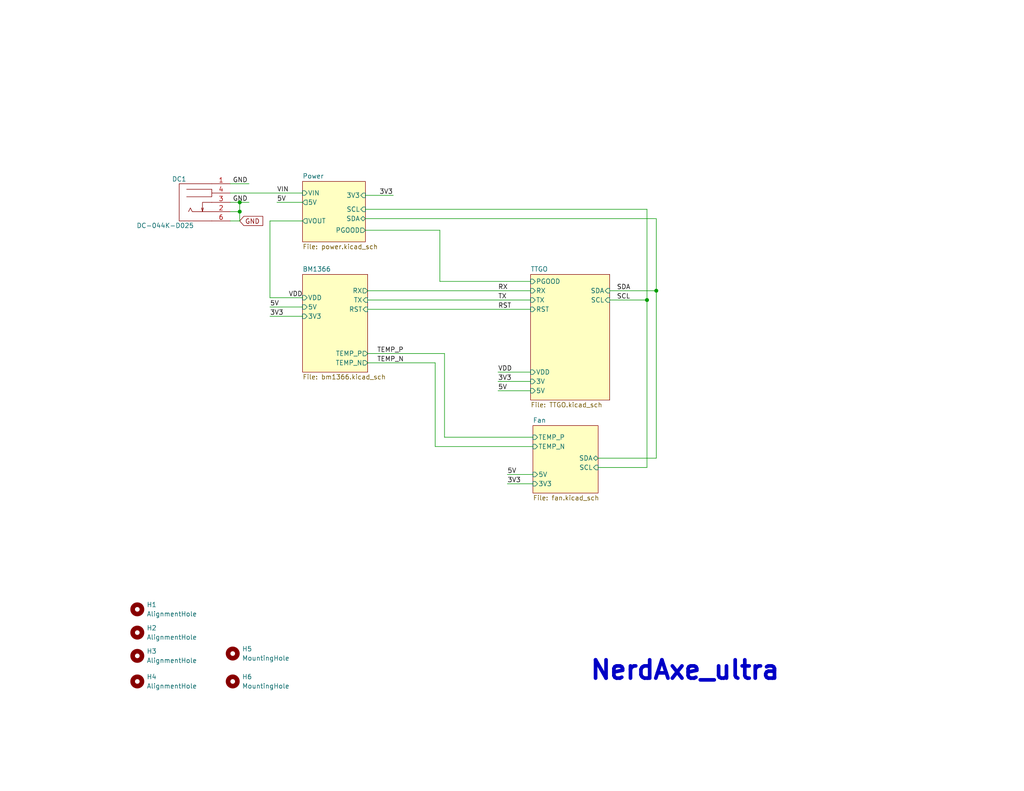
<source format=kicad_sch>
(kicad_sch (version 20230121) (generator eeschema)
  (paper "A")
  (title_block (title "le bitaxeTTGO") (date "2023-07-10") (rev "0"))
  (lib_symbols
    (symbol "Mechanical:MountingHole" (pin_names (offset 1.016))
      (property "Reference" "H" (at 0 5.08 0))
      (property "Value" "MountingHole" (at 0 3.175 0))
      (symbol "MountingHole_0_1"
        (circle (center 0 0) (radius 1.27) (stroke (width 1.27)))
      )
    )
    (symbol "lcsc:DC-044K-D025"
      (property "Reference" "DC" (at 0 10.16 0))
      (property "Value" "DC-044K-D025" (at 0 -10.16 0))
      (symbol "DC-044K-D025_0_1"
        (polyline (pts (xy -4.32 3.56)) (fill (type background)))
        (polyline (pts (xy 0 -2.54) (xy -0.25 -1.52)))
        (polyline (pts (xy 0 -2.54) (xy 0.25 -1.52)))
        (polyline (pts (xy 2.54 3.56) (xy -4.32 3.56)))
        (polyline (pts (xy 2.54 0) (xy 0 0) (xy 0 -2.54)))
        (polyline (pts (xy 2.54 3.56) (xy 2.54 1.52) (xy -4.32 1.52)))
        (polyline (pts (xy 2.54 -2.54) (xy -2.79 -2.54) (xy -3.3 -1.52) (xy -3.81 -2.54)))
        (polyline (pts (xy 2.54 5.08) (xy -6.35 5.08) (xy -6.35 -5.08) (xy 2.54 -5.08)))
        (pin unspecified line (at 7.62 5.08 180) (length 5.08) (name "~") (number "1"))
        (pin unspecified line (at 7.62 -2.54 180) (length 5.08) (name "~") (number "2"))
        (pin unspecified line (at 7.62 0 180) (length 5.08) (name "~") (number "3"))
        (pin unspecified line (at 7.62 2.54 180) (length 5.08) (name "~") (number "4"))
        (pin unspecified line (at 7.62 -5.08 180) (length 5.08) (name "~") (number "6"))
      )
    )
  )
  (junction (at 179.07 79.375))
  (junction (at 176.53 81.915))
  (junction (at 65.405 57.785))
  (junction (at 65.405 55.245))
  (wire (pts (xy 135.89 101.6) (xy 144.78 101.6)))
  (wire (pts (xy 100.33 96.52) (xy 121.285 96.52)))
  (wire (pts (xy 99.695 57.15) (xy 176.53 57.15)))
  (wire (pts (xy 163.195 125.095) (xy 179.07 125.095)))
  (wire (pts (xy 166.37 81.915) (xy 176.53 81.915)))
  (wire (pts (xy 75.565 55.245) (xy 82.55 55.245)))
  (wire (pts (xy 100.33 81.915) (xy 144.78 81.915)))
  (wire (pts (xy 144.78 76.835) (xy 120.015 76.835)))
  (wire (pts (xy 118.745 99.06) (xy 118.745 121.92)))
  (wire (pts (xy 62.865 55.245) (xy 65.405 55.245)))
  (wire (pts (xy 138.43 132.08) (xy 145.415 132.08)))
  (wire (pts (xy 120.015 76.835) (xy 120.015 62.865)))
  (wire (pts (xy 62.865 52.705) (xy 82.55 52.705)))
  (wire (pts (xy 179.07 59.69) (xy 179.07 79.375)))
  (wire (pts (xy 121.285 96.52) (xy 121.285 119.38)))
  (wire (pts (xy 99.695 59.69) (xy 179.07 59.69)))
  (wire (pts (xy 145.415 121.92) (xy 118.745 121.92)))
  (wire (pts (xy 176.53 81.915) (xy 176.53 127.635)))
  (wire (pts (xy 176.53 57.15) (xy 176.53 81.915)))
  (wire (pts (xy 166.37 79.375) (xy 179.07 79.375)))
  (wire (pts (xy 100.33 99.06) (xy 118.745 99.06)))
  (wire (pts (xy 145.415 119.38) (xy 121.285 119.38)))
  (wire (pts (xy 73.66 86.36) (xy 82.55 86.36)))
  (wire (pts (xy 135.89 104.14) (xy 144.78 104.14)))
  (wire (pts (xy 65.405 57.785) (xy 65.405 55.245)))
  (wire (pts (xy 100.33 79.375) (xy 144.78 79.375)))
  (wire (pts (xy 163.195 127.635) (xy 176.53 127.635)))
  (wire (pts (xy 62.865 57.785) (xy 65.405 57.785)))
  (wire (pts (xy 73.66 81.28) (xy 73.66 60.325)))
  (wire (pts (xy 62.865 60.325) (xy 65.405 60.325)))
  (wire (pts (xy 65.405 55.245) (xy 67.945 55.245)))
  (wire (pts (xy 73.66 83.82) (xy 82.55 83.82)))
  (wire (pts (xy 179.07 125.095) (xy 179.07 79.375)))
  (wire (pts (xy 120.015 62.865) (xy 99.695 62.865)))
  (wire (pts (xy 138.43 129.54) (xy 145.415 129.54)))
  (wire (pts (xy 82.55 81.28) (xy 73.66 81.28)))
  (wire (pts (xy 73.66 60.325) (xy 82.55 60.325)))
  (wire (pts (xy 100.33 84.455) (xy 144.78 84.455)))
  (wire (pts (xy 135.89 106.68) (xy 144.78 106.68)))
  (wire (pts (xy 65.405 60.325) (xy 65.405 57.785)))
  (wire (pts (xy 62.865 50.165) (xy 67.945 50.165)))
  (wire (pts (xy 99.695 53.34) (xy 107.315 53.34)))
  (text "NerdAxe_ultra" (at 160.655 186.055 0) (effects (font (size 5 5) (thickness 1) bold) (justify left bottom)))
  (label "VDD" (at 135.89 101.6 0))
  (label "TEMP_N" (at 102.87 99.06 0))
  (label "3V3" (at 73.66 86.36 0))
  (label "RST" (at 135.89 84.455 0))
  (label "VDD" (at 78.74 81.28 0))
  (label "5V" (at 75.565 55.245 0))
  (label "GND" (at 63.5 55.245 0))
  (label "5V" (at 138.43 129.54 0))
  (label "GND" (at 63.5 50.165 0))
  (label "SDA" (at 168.275 79.375 0))
  (label "RX" (at 135.89 79.375 0))
  (label "3V3" (at 103.505 53.34 0))
  (label "3V3" (at 135.89 104.14 0))
  (label "SCL" (at 168.275 81.915 0))
  (label "5V" (at 135.89 106.68 0))
  (label "VIN" (at 75.565 52.705 0))
  (label "3V3" (at 138.43 132.08 0))
  (label "5V" (at 73.66 83.82 0))
  (label "TEMP_P" (at 102.87 96.52 0))
  (label "TX" (at 135.89 81.915 0))
  (global_label "GND" (shape input) (at 65.405 60.325 0) (property "Intersheetrefs" "${INTERSHEET_REFS}" (effects hide)))
  (symbol (lib_id "Mechanical:MountingHole") (at 37.465 179.07 0) (unit 1) (in_bom no)
    (property "Reference" "H3" (at 40.005 177.7999 0) (effects (justify left)))
    (property "Value" "AlignmentHole" (at 40.005 180.3399 0) (effects (justify left)))
    (property "Footprint" "MountingHole:MountingHole_2.2mm_M2" (effects hide))
    (property "PARTNO" "https://www.amazon.com/dp/B07MDFS1YS" (effects hide))
  )
  (symbol (lib_id "Mechanical:MountingHole") (at 37.465 172.72 0) (unit 1) (in_bom no)
    (property "Reference" "H2" (at 40.005 171.4499 0) (effects (justify left)))
    (property "Value" "AlignmentHole" (at 40.005 173.9899 0) (effects (justify left)))
    (property "Footprint" "MountingHole:MountingHole_2.2mm_M2" (effects hide))
    (property "PARTNO" "https://www.amazon.com/dp/B07MDFS1YS" (effects hide))
  )
  (symbol (lib_id "Mechanical:MountingHole") (at 37.465 166.37 0) (unit 1) (in_bom no)
    (property "Reference" "H1" (at 40.005 165.0999 0) (effects (justify left)))
    (property "Value" "AlignmentHole" (at 40.005 167.6399 0) (effects (justify left)))
    (property "Footprint" "MountingHole:MountingHole_2.2mm_M2" (effects hide))
    (property "PARTNO" "https://www.amazon.com/dp/B07MDFS1YS" (effects hide))
  )
  (symbol (lib_id "Mechanical:MountingHole") (at 63.5 186.055 0) (unit 1) (in_bom no)
    (property "Reference" "H6" (at 66.04 184.7849 0) (effects (justify left)))
    (property "Value" "MountingHole" (at 66.04 187.3249 0) (effects (justify left)))
    (property "Footprint" "MountingHole:MountingHole_3.5mm" (effects hide))
  )
  (symbol (lib_id "Mechanical:MountingHole") (at 63.5 178.435 0) (unit 1) (in_bom no)
    (property "Reference" "H5" (at 66.04 177.1649 0) (effects (justify left)))
    (property "Value" "MountingHole" (at 66.04 179.7049 0) (effects (justify left)))
    (property "Footprint" "MountingHole:MountingHole_3.5mm" (effects hide))
  )
  (symbol (lib_id "lcsc:DC-044K-D025") (at 55.245 55.245 0) (unit 1)
    (property "Reference" "DC1" (at 48.895 48.895 0))
    (property "Value" "DC-044K-D025" (at 45.085 61.595 0))
    (property "Footprint" "lcsc:DC-IN-TH_DC-044K-D025" (effects hide))
    (property "Manufacturer" "G-Switch(品赞)" (effects hide))
    (property "LCSC Part" "C963204" (effects hide))
    (property "JLC Part" "Extended Part" (effects hide))
  )
  (symbol (lib_id "Mechanical:MountingHole") (at 37.465 186.055 0) (unit 1) (in_bom no)
    (property "Reference" "H4" (at 40.005 184.7849 0) (effects (justify left)))
    (property "Value" "AlignmentHole" (at 40.005 187.3249 0) (effects (justify left)))
    (property "Footprint" "MountingHole:MountingHole_2.2mm_M2" (effects hide))
    (property "PARTNO" "https://www.amazon.com/dp/B07MDFS1YS" (effects hide))
  )
  (sheet (at 144.78 74.93) (size 21.59 34.29) (stroke (width 0.1524)) (fill (color 255 255 194 1.0000))
    (property "Sheetname" "TTGO" (at 144.78 74.2184 0) (effects (justify left bottom)))
    (property "Sheetfile" "TTGO.kicad_sch" (at 144.78 109.8046 0) (effects (justify left top)))
    (pin "TX" input (at 144.78 81.915 180))
    (pin "SCL" input (at 166.37 81.915 0))
    (pin "RX" input (at 144.78 79.375 180))
    (pin "SDA" input (at 166.37 79.375 0))
    (pin "3V" input (at 144.78 104.14 180))
    (pin "5V" input (at 144.78 106.68 180))
    (pin "PGOOD" input (at 144.78 76.835 180))
    (pin "VDD" input (at 144.78 101.6 180))
    (pin "RST" input (at 144.78 84.455 180))
  )
  (sheet (at 82.55 74.93) (size 17.78 26.67) (stroke (width 0.1524)) (fill (color 255 255 194 1.0000))
    (property "Sheetname" "BM1366" (at 82.55 74.2184 0) (effects (justify left bottom)))
    (property "Sheetfile" "bm1366.kicad_sch" (at 82.55 102.1846 0) (effects (justify left top)))
    (pin "TX" input (at 100.33 81.915 0))
    (pin "RX" output (at 100.33 79.375 0))
    (pin "RST" input (at 100.33 84.455 0))
    (pin "3V3" input (at 82.55 86.36 180))
    (pin "5V" input (at 82.55 83.82 180))
    (pin "TEMP_P" output (at 100.33 96.52 0))
    (pin "TEMP_N" output (at 100.33 99.06 0))
    (pin "VDD" input (at 82.55 81.28 180))
  )
  (sheet (at 145.415 116.205) (size 17.78 18.415) (stroke (width 0.1524)) (fill (color 255 255 194 1.0000))
    (property "Sheetname" "Fan" (at 145.415 115.4934 0) (effects (justify left bottom)))
    (property "Sheetfile" "fan.kicad_sch" (at 145.415 135.2046 0) (effects (justify left top)))
    (pin "TEMP_N" input (at 145.415 121.92 180))
    (pin "TEMP_P" input (at 145.415 119.38 180))
    (pin "SDA" bidirectional (at 163.195 125.095 0))
    (pin "SCL" input (at 163.195 127.635 0))
    (pin "5V" input (at 145.415 129.54 180))
    (pin "3V3" input (at 145.415 132.08 180))
  )
  (sheet (at 82.55 49.53) (size 17.145 16.51) (stroke (width 0.1524)) (fill (color 255 255 194 1.0000))
    (property "Sheetname" "Power" (at 82.55 48.8184 0) (effects (justify left bottom)))
    (property "Sheetfile" "power.kicad_sch" (at 82.55 66.6246 0) (effects (justify left top)))
    (pin "VOUT" output (at 82.55 60.325 180))
    (pin "VIN" input (at 82.55 52.705 180))
    (pin "SCL" input (at 99.695 57.15 0))
    (pin "SDA" bidirectional (at 99.695 59.69 0))
    (pin "5V" output (at 82.55 55.245 180))
    (pin "3V3" input (at 99.695 53.34 0))
    (pin "PGOOD" output (at 99.695 62.865 0))
  )
)
</source>
